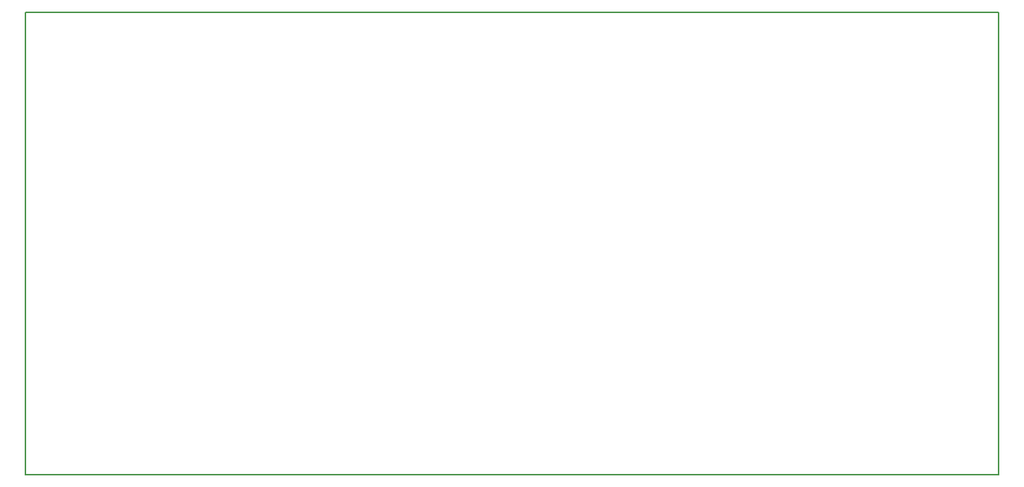
<source format=gm1>
G04 MADE WITH FRITZING*
G04 WWW.FRITZING.ORG*
G04 DOUBLE SIDED*
G04 HOLES PLATED*
G04 CONTOUR ON CENTER OF CONTOUR VECTOR*
%ASAXBY*%
%FSLAX23Y23*%
%MOIN*%
%OFA0B0*%
%SFA1.0B1.0*%
%ADD10R,4.476380X2.129920*%
%ADD11C,0.008000*%
%ADD10C,0.008*%
%LNCONTOUR*%
G90*
G70*
G54D10*
G54D11*
X4Y2126D02*
X4472Y2126D01*
X4472Y4D01*
X4Y4D01*
X4Y2126D01*
D02*
G04 End of contour*
M02*
</source>
